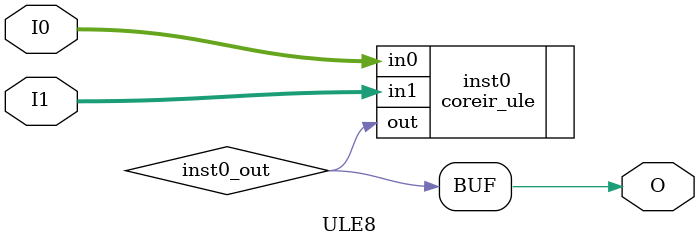
<source format=v>
module ULE8 (input [7:0] I0, input [7:0] I1, output  O);
wire  inst0_out;
coreir_ule inst0 (.in0(I0), .in1(I1), .out(inst0_out));
assign O = inst0_out;
endmodule


</source>
